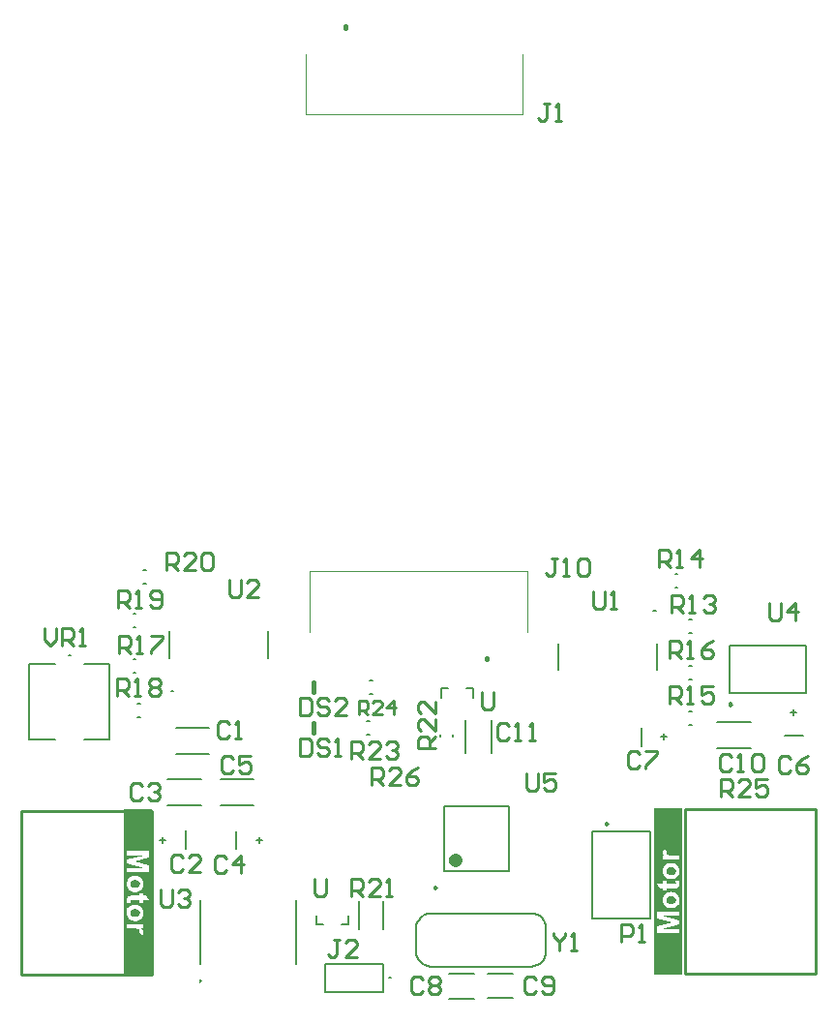
<source format=gto>
G04*
G04 #@! TF.GenerationSoftware,Altium Limited,Altium Designer,23.10.1 (27)*
G04*
G04 Layer_Color=65535*
%FSLAX44Y44*%
%MOMM*%
G71*
G04*
G04 #@! TF.SameCoordinates,2FD0DFDD-310B-44B2-BA78-C92062C4FB9D*
G04*
G04*
G04 #@! TF.FilePolarity,Positive*
G04*
G01*
G75*
%ADD10C,0.2000*%
%ADD11C,0.6000*%
%ADD12C,0.2500*%
%ADD13C,0.0000*%
%ADD14C,0.1270*%
%ADD15C,0.4000*%
%ADD16C,0.2032*%
%ADD17C,0.2540*%
%ADD18C,0.1000*%
G36*
X729372Y37207D02*
X704700D01*
Y182880D01*
X729372D01*
Y37207D01*
D02*
G37*
G36*
X265280Y181421D02*
Y35748D01*
X240607D01*
Y181421D01*
X265280D01*
D02*
G37*
%LPC*%
G36*
X726451Y146537D02*
X712209D01*
D01*
X712931D01*
X712681Y146093D01*
X712514Y145676D01*
X712376Y145260D01*
X712292Y144871D01*
X712237Y144566D01*
X712209Y144316D01*
Y144094D01*
X712237Y143761D01*
X712265Y143483D01*
X712348Y143205D01*
X712431Y142983D01*
X712514Y142789D01*
X712570Y142622D01*
X712626Y142539D01*
X712653Y142511D01*
X712848Y142234D01*
X713125Y141984D01*
X713431Y141706D01*
X713736Y141484D01*
X714041Y141262D01*
X714291Y141096D01*
X714458Y140984D01*
X714486Y140957D01*
X712514D01*
Y137542D01*
X726451D01*
Y146537D01*
D02*
G37*
G36*
X726757Y134821D02*
X712209D01*
D01*
X719455D01*
X718872Y134794D01*
X718317Y134738D01*
X717817Y134627D01*
X717317Y134516D01*
X716873Y134349D01*
X716429Y134183D01*
X716040Y133988D01*
X715679Y133822D01*
X715374Y133627D01*
X715069Y133433D01*
X714846Y133266D01*
X714624Y133100D01*
X714486Y132989D01*
X714347Y132878D01*
X714291Y132822D01*
X714264Y132795D01*
X713903Y132406D01*
X713597Y131989D01*
X713320Y131573D01*
X713070Y131129D01*
X712875Y130685D01*
X712709Y130268D01*
X712570Y129852D01*
X712459Y129435D01*
X712376Y129074D01*
X712320Y128714D01*
X712265Y128408D01*
X712237Y128131D01*
X712209Y127908D01*
Y127603D01*
X712237Y126854D01*
X712348Y126159D01*
X712487Y125521D01*
X712653Y124966D01*
X712764Y124743D01*
X712848Y124521D01*
X712903Y124327D01*
X712987Y124188D01*
X713042Y124050D01*
X713098Y123966D01*
X713125Y123911D01*
Y123883D01*
X713514Y123300D01*
X713930Y122800D01*
X714375Y122356D01*
X714791Y121995D01*
X715180Y121718D01*
X715485Y121495D01*
X715596Y121412D01*
X715679Y121384D01*
X715735Y121329D01*
X715763D01*
X716401Y121023D01*
X717040Y120829D01*
X717623Y120662D01*
X718150Y120551D01*
X718622Y120496D01*
X718817Y120468D01*
X718983D01*
X719094Y120440D01*
X719288D01*
X720149Y120468D01*
X720954Y120579D01*
X721648Y120718D01*
X721954Y120801D01*
X722231Y120885D01*
X722481Y120968D01*
X722703Y121051D01*
X722898Y121135D01*
X723064Y121190D01*
X723203Y121245D01*
X723286Y121301D01*
X723342Y121329D01*
X723370D01*
X723952Y121718D01*
X724452Y122134D01*
X724896Y122578D01*
X725257Y122994D01*
X725535Y123383D01*
X725729Y123689D01*
X725813Y123800D01*
X725868Y123883D01*
X725896Y123938D01*
Y123966D01*
X726173Y124633D01*
X726396Y125271D01*
X726534Y125882D01*
X726646Y126465D01*
X726701Y126937D01*
X726729Y127131D01*
Y127298D01*
X726757Y127437D01*
Y124188D01*
Y127631D01*
X726729Y128214D01*
X726673Y128741D01*
X726562Y129269D01*
X726423Y129741D01*
X726285Y130213D01*
X726118Y130629D01*
X725924Y131018D01*
X725729Y131379D01*
X725535Y131684D01*
X725341Y131962D01*
X725174Y132212D01*
X725035Y132406D01*
X724896Y132572D01*
X724785Y132683D01*
X724730Y132739D01*
X724702Y132767D01*
X724286Y133128D01*
X723869Y133433D01*
X723453Y133711D01*
X723009Y133961D01*
X722564Y134155D01*
X722120Y134321D01*
X721704Y134460D01*
X721287Y134571D01*
X720926Y134655D01*
X720565Y134710D01*
X720260Y134766D01*
X719983Y134794D01*
X719760Y134821D01*
X726757D01*
D01*
D02*
G37*
G36*
Y119052D02*
X707573D01*
D01*
X726757D01*
D01*
D02*
G37*
G36*
X726229D02*
X723370Y118719D01*
X723481Y118386D01*
X723564Y118081D01*
X723619Y117831D01*
X723647Y117609D01*
X723675Y117442D01*
X723703Y117331D01*
Y117220D01*
X723675Y116970D01*
X723619Y116776D01*
X723564Y116665D01*
X723536Y116609D01*
X723370Y116443D01*
X723231Y116359D01*
X723120Y116304D01*
X723064Y116276D01*
X723009D01*
X722898Y116248D01*
X722648D01*
X722315D01*
X721981Y116221D01*
X721648D01*
X721371D01*
X721260D01*
X721176D01*
X721121D01*
X721093D01*
X715457D01*
Y118747D01*
X712514D01*
Y116221D01*
X707573D01*
X709738Y112528D01*
X712514D01*
Y110835D01*
X715457D01*
Y112528D01*
X721537D01*
X721898D01*
X722204D01*
X722509D01*
X722759Y112556D01*
X723203D01*
X723564Y112584D01*
X723841Y112612D01*
X724008D01*
X724119Y112639D01*
X724147D01*
X724452Y112695D01*
X724730Y112778D01*
X724980Y112861D01*
X725174Y112945D01*
X725341Y113028D01*
X725452Y113083D01*
X725535Y113111D01*
X725563Y113139D01*
X725757Y113306D01*
X725924Y113500D01*
X726201Y113889D01*
X726285Y114055D01*
X726368Y114194D01*
X726396Y114305D01*
X726423Y114333D01*
X726534Y114638D01*
X726618Y114944D01*
X726673Y115249D01*
X726701Y115527D01*
X726729Y115776D01*
X726757Y115971D01*
Y116137D01*
X726729Y116720D01*
X726673Y117275D01*
X726590Y117775D01*
X726479Y118192D01*
X726396Y118553D01*
X726312Y118830D01*
X726257Y118997D01*
X726229Y119024D01*
Y119052D01*
D02*
G37*
G36*
X726757Y109474D02*
X712209D01*
D01*
X719455D01*
X718872Y109447D01*
X718317Y109391D01*
X717817Y109280D01*
X717317Y109169D01*
X716873Y109002D01*
X716429Y108836D01*
X716040Y108642D01*
X715679Y108475D01*
X715374Y108281D01*
X715069Y108086D01*
X714846Y107920D01*
X714624Y107753D01*
X714486Y107642D01*
X714347Y107531D01*
X714291Y107476D01*
X714264Y107448D01*
X713903Y107059D01*
X713597Y106643D01*
X713320Y106226D01*
X713070Y105782D01*
X712875Y105338D01*
X712709Y104921D01*
X712570Y104505D01*
X712459Y104088D01*
X712376Y103728D01*
X712320Y103367D01*
X712265Y103061D01*
X712237Y102784D01*
X712209Y102562D01*
Y102256D01*
X712237Y101507D01*
X712348Y100813D01*
X712487Y100174D01*
X712653Y99619D01*
X712764Y99397D01*
X712848Y99175D01*
X712903Y98980D01*
X712987Y98841D01*
X713042Y98703D01*
X713098Y98619D01*
X713125Y98564D01*
Y98536D01*
X713514Y97953D01*
X713930Y97453D01*
X714375Y97009D01*
X714791Y96648D01*
X715180Y96371D01*
X715485Y96149D01*
X715596Y96065D01*
X715679Y96037D01*
X715735Y95982D01*
X715763D01*
X716401Y95676D01*
X717040Y95482D01*
X717623Y95316D01*
X718150Y95205D01*
X718622Y95149D01*
X718817Y95121D01*
X718983D01*
X719094Y95093D01*
X719288D01*
X720149Y95121D01*
X720954Y95232D01*
X721648Y95371D01*
X721954Y95454D01*
X722231Y95538D01*
X722481Y95621D01*
X722703Y95704D01*
X722898Y95788D01*
X723064Y95843D01*
X723203Y95899D01*
X723286Y95954D01*
X723342Y95982D01*
X723370D01*
X723952Y96371D01*
X724452Y96787D01*
X724896Y97231D01*
X725257Y97648D01*
X725535Y98036D01*
X725729Y98342D01*
X725813Y98453D01*
X725868Y98536D01*
X725896Y98591D01*
Y98619D01*
X726173Y99286D01*
X726396Y99924D01*
X726534Y100535D01*
X726646Y101118D01*
X726701Y101590D01*
X726729Y101784D01*
Y101951D01*
X726757Y102090D01*
Y95093D01*
D01*
Y109474D01*
D02*
G37*
G36*
X726451Y92040D02*
X707240D01*
Y73550D01*
X726451D01*
Y92040D01*
D02*
G37*
%LPD*%
G36*
Y141234D02*
X722176D01*
X721537D01*
X720954D01*
X720427Y141262D01*
X719955Y141290D01*
X719511D01*
X719150Y141318D01*
X718789Y141345D01*
X718511Y141373D01*
X718261Y141401D01*
X718039Y141429D01*
X717873Y141456D01*
X717734D01*
X717651Y141484D01*
X717567Y141512D01*
X717512D01*
X717123Y141623D01*
X716790Y141762D01*
X716512Y141901D01*
X716318Y142039D01*
X716151Y142150D01*
X716040Y142261D01*
X715985Y142317D01*
X715957Y142345D01*
X715818Y142567D01*
X715707Y142789D01*
X715624Y143011D01*
X715568Y143205D01*
X715541Y143372D01*
X715513Y143539D01*
Y143650D01*
X715541Y143955D01*
X715596Y144260D01*
X715707Y144538D01*
X715818Y144816D01*
X715929Y145038D01*
X716040Y145204D01*
X716096Y145343D01*
X716124Y145371D01*
X712931Y146537D01*
X726451D01*
Y141234D01*
D02*
G37*
G36*
X720205Y130990D02*
X720871Y130879D01*
X721398Y130740D01*
X721870Y130546D01*
X722204Y130351D01*
X722481Y130213D01*
X722620Y130102D01*
X722675Y130046D01*
X723036Y129657D01*
X723314Y129269D01*
X723481Y128852D01*
X723619Y128464D01*
X723703Y128131D01*
X723730Y127881D01*
X723758Y127770D01*
Y127631D01*
X723703Y127103D01*
X723592Y126631D01*
X723425Y126215D01*
X723203Y125882D01*
X723009Y125576D01*
X722842Y125354D01*
X722731Y125243D01*
X722675Y125188D01*
X722231Y124855D01*
X721704Y124633D01*
X721176Y124466D01*
X720649Y124327D01*
X720205Y124272D01*
X720010Y124244D01*
X719816D01*
X719677Y124216D01*
X719566D01*
X719511D01*
X719483D01*
X718761Y124272D01*
X718122Y124383D01*
X717567Y124521D01*
X717123Y124716D01*
X716790Y124882D01*
X716512Y125049D01*
X716373Y125160D01*
X716318Y125188D01*
X715957Y125576D01*
X715679Y125993D01*
X715485Y126409D01*
X715346Y126798D01*
X715263Y127131D01*
X715235Y127381D01*
X715207Y127492D01*
Y127631D01*
X715263Y128158D01*
X715374Y128630D01*
X715568Y129019D01*
X715763Y129380D01*
X715957Y129657D01*
X716151Y129880D01*
X716262Y129991D01*
X716318Y130046D01*
X716762Y130379D01*
X717290Y130629D01*
X717817Y130796D01*
X718317Y130934D01*
X718761Y130990D01*
X718983Y131018D01*
X719150D01*
X719288Y131046D01*
X719399D01*
X719455D01*
X719483D01*
X720205Y130990D01*
D02*
G37*
G36*
X726757Y102284D02*
X726729Y102867D01*
X726673Y103394D01*
X726562Y103922D01*
X726423Y104394D01*
X726285Y104866D01*
X726118Y105282D01*
X725924Y105671D01*
X725729Y106032D01*
X725535Y106337D01*
X725341Y106615D01*
X725174Y106865D01*
X725035Y107059D01*
X724896Y107226D01*
X724785Y107337D01*
X724730Y107392D01*
X724702Y107420D01*
X724286Y107781D01*
X723869Y108086D01*
X723453Y108364D01*
X723009Y108614D01*
X722564Y108808D01*
X722120Y108975D01*
X721704Y109113D01*
X721287Y109225D01*
X720926Y109308D01*
X720565Y109363D01*
X720260Y109419D01*
X719983Y109447D01*
X719760Y109474D01*
X726757D01*
Y102284D01*
D02*
G37*
G36*
X720205Y105643D02*
X720871Y105532D01*
X721398Y105393D01*
X721870Y105199D01*
X722204Y105005D01*
X722481Y104866D01*
X722620Y104755D01*
X722675Y104699D01*
X723036Y104311D01*
X723314Y103922D01*
X723481Y103505D01*
X723619Y103117D01*
X723703Y102784D01*
X723730Y102534D01*
X723758Y102423D01*
Y102284D01*
X723703Y101756D01*
X723592Y101285D01*
X723425Y100868D01*
X723203Y100535D01*
X723009Y100230D01*
X722842Y100007D01*
X722731Y99896D01*
X722675Y99841D01*
X722231Y99508D01*
X721704Y99286D01*
X721176Y99119D01*
X720649Y98980D01*
X720205Y98925D01*
X720010Y98897D01*
X719816D01*
X719677Y98869D01*
X719566D01*
X719511D01*
X719483D01*
X718761Y98925D01*
X718122Y99036D01*
X717567Y99175D01*
X717123Y99369D01*
X716790Y99536D01*
X716512Y99702D01*
X716373Y99813D01*
X716318Y99841D01*
X715957Y100230D01*
X715679Y100646D01*
X715485Y101062D01*
X715346Y101451D01*
X715263Y101784D01*
X715235Y102034D01*
X715207Y102145D01*
Y102284D01*
X715263Y102811D01*
X715374Y103283D01*
X715568Y103672D01*
X715763Y104033D01*
X715957Y104311D01*
X716151Y104533D01*
X716262Y104644D01*
X716318Y104699D01*
X716762Y105032D01*
X717290Y105282D01*
X717817Y105449D01*
X718317Y105588D01*
X718761Y105643D01*
X718983Y105671D01*
X719150D01*
X719288Y105699D01*
X719399D01*
X719455D01*
X719483D01*
X720205Y105643D01*
D02*
G37*
G36*
X726451Y84655D02*
X711348Y88431D01*
X726451Y88458D01*
Y84655D01*
D02*
G37*
G36*
X720371Y82795D02*
X707240Y79352D01*
Y86210D01*
X720371Y82795D01*
D02*
G37*
G36*
X726451Y77131D02*
X711348D01*
X726451Y80907D01*
Y77131D01*
D02*
G37*
%LPC*%
G36*
X262740Y145078D02*
X243529D01*
Y141496D01*
X258631D01*
X243529Y137721D01*
Y133973D01*
X258631Y130197D01*
X243529Y130169D01*
Y126588D01*
X262740D01*
Y145078D01*
D02*
G37*
G36*
X257771Y123534D02*
X250691D01*
X249831Y123507D01*
X249025Y123396D01*
X248331Y123257D01*
X248026Y123173D01*
X247748Y123090D01*
X247499Y123007D01*
X247276Y122924D01*
X247082Y122840D01*
X246916Y122785D01*
X246777Y122729D01*
X246693Y122674D01*
X246638Y122646D01*
X246610D01*
X246027Y122257D01*
X245527Y121841D01*
X245083Y121397D01*
X244722Y120980D01*
X244445Y120591D01*
X244250Y120286D01*
X244167Y120175D01*
X244112Y120092D01*
X244084Y120036D01*
Y120008D01*
X243806Y119342D01*
X243584Y118704D01*
X243445Y118093D01*
X243334Y117510D01*
X243279Y117038D01*
X243251Y116844D01*
Y116677D01*
X243223Y116538D01*
Y116344D01*
X243251Y115761D01*
X243307Y115233D01*
X243417Y114706D01*
X243556Y114234D01*
X243695Y113762D01*
X243862Y113346D01*
X244056Y112957D01*
X244250Y112596D01*
X244445Y112291D01*
X244639Y112013D01*
X244806Y111763D01*
X244944Y111569D01*
X245083Y111402D01*
X245194Y111291D01*
X245250Y111236D01*
X245278Y111208D01*
X245694Y110847D01*
X246110Y110542D01*
X246527Y110264D01*
X246971Y110014D01*
X247415Y109820D01*
X247859Y109653D01*
X248276Y109514D01*
X248692Y109403D01*
X249053Y109320D01*
X249414Y109265D01*
X249720Y109209D01*
X249997Y109181D01*
X250219Y109153D01*
X243223D01*
X257771D01*
Y116372D01*
X257743Y117121D01*
X257632Y117815D01*
X257493Y118454D01*
X257326Y119009D01*
X257215Y119231D01*
X257132Y119453D01*
X257076Y119648D01*
X256993Y119786D01*
X256938Y119925D01*
X256882Y120008D01*
X256854Y120064D01*
Y120092D01*
X256466Y120675D01*
X256049Y121174D01*
X255605Y121619D01*
X255189Y121980D01*
X254800Y122257D01*
X254495Y122479D01*
X254384Y122563D01*
X254300Y122590D01*
X254245Y122646D01*
X254217D01*
X253578Y122951D01*
X252940Y123146D01*
X252357Y123312D01*
X251829Y123423D01*
X251357Y123479D01*
X251163Y123507D01*
X250997D01*
X250886Y123534D01*
X257771D01*
D02*
G37*
G36*
X257465Y107793D02*
X254522D01*
Y106100D01*
X248442D01*
X248082D01*
X247776D01*
X247471D01*
X247221Y106072D01*
X246777D01*
X246416Y106044D01*
X246138Y106016D01*
X245972D01*
X245861Y105989D01*
X245833D01*
X245527Y105933D01*
X245250Y105850D01*
X245000Y105766D01*
X244806Y105683D01*
X244639Y105600D01*
X244528Y105544D01*
X244445Y105517D01*
X244417Y105489D01*
X244223Y105322D01*
X244056Y105128D01*
X243778Y104739D01*
X243695Y104573D01*
X243612Y104434D01*
X243584Y104323D01*
X243556Y104295D01*
X243445Y103990D01*
X243362Y103684D01*
X243307Y103379D01*
X243279Y103101D01*
X243251Y102851D01*
X243223Y102657D01*
Y102491D01*
X243251Y101908D01*
X243307Y101352D01*
X243390Y100853D01*
X243501Y100436D01*
X243584Y100075D01*
X243667Y99798D01*
X243723Y99631D01*
X243751Y99603D01*
Y99576D01*
X246610Y99909D01*
X246499Y100242D01*
X246416Y100547D01*
X246360Y100797D01*
X246333Y101019D01*
X246305Y101186D01*
X246277Y101297D01*
Y101408D01*
X246305Y101658D01*
X246360Y101852D01*
X246416Y101963D01*
X246444Y102019D01*
X246610Y102185D01*
X246749Y102268D01*
X246860Y102324D01*
X246916Y102352D01*
X246971D01*
X247082Y102380D01*
X247332D01*
X247665D01*
X247998Y102407D01*
X248331D01*
X248609D01*
X248720D01*
X248803D01*
X248859D01*
X248887D01*
X254522D01*
Y99881D01*
X257465D01*
Y102407D01*
X262407D01*
D01*
X260241Y106100D01*
X257465D01*
Y107793D01*
D02*
G37*
G36*
X262407Y99576D02*
X243223D01*
X262407D01*
D01*
D02*
G37*
G36*
X257771Y98187D02*
X250691D01*
X249831Y98160D01*
X249025Y98049D01*
X248331Y97910D01*
X248026Y97826D01*
X247748Y97743D01*
X247499Y97660D01*
X247276Y97577D01*
X247082Y97493D01*
X246916Y97438D01*
X246777Y97382D01*
X246693Y97327D01*
X246638Y97299D01*
X246610D01*
X246027Y96910D01*
X245527Y96494D01*
X245083Y96050D01*
X244722Y95633D01*
X244445Y95245D01*
X244250Y94939D01*
X244167Y94828D01*
X244112Y94745D01*
X244084Y94689D01*
Y94662D01*
X243806Y93995D01*
X243584Y93357D01*
X243445Y92746D01*
X243334Y92163D01*
X243279Y91691D01*
X243251Y91497D01*
Y91330D01*
X243223Y91191D01*
Y98187D01*
D01*
Y90997D01*
X243251Y90414D01*
X243307Y89887D01*
X243417Y89359D01*
X243556Y88887D01*
X243695Y88415D01*
X243862Y87999D01*
X244056Y87610D01*
X244250Y87249D01*
X244445Y86944D01*
X244639Y86666D01*
X244806Y86416D01*
X244944Y86222D01*
X245083Y86055D01*
X245194Y85944D01*
X245250Y85889D01*
X245278Y85861D01*
X245694Y85500D01*
X246110Y85195D01*
X246527Y84917D01*
X246971Y84667D01*
X247415Y84473D01*
X247859Y84306D01*
X248276Y84167D01*
X248692Y84057D01*
X249053Y83973D01*
X249414Y83918D01*
X249720Y83862D01*
X249997Y83834D01*
X250219Y83807D01*
X243223D01*
X257771D01*
X250525D01*
X251108Y83834D01*
X251663Y83890D01*
X252163Y84001D01*
X252662Y84112D01*
X253106Y84279D01*
X253551Y84445D01*
X253939Y84640D01*
X254300Y84806D01*
X254606Y85000D01*
X254911Y85195D01*
X255133Y85361D01*
X255355Y85528D01*
X255494Y85639D01*
X255633Y85750D01*
X255688Y85806D01*
X255716Y85833D01*
X256077Y86222D01*
X256383Y86638D01*
X256660Y87055D01*
X256910Y87499D01*
X257104Y87943D01*
X257271Y88360D01*
X257410Y88776D01*
X257521Y89192D01*
X257604Y89553D01*
X257659Y89914D01*
X257715Y90220D01*
X257743Y90497D01*
X257771Y90719D01*
Y91025D01*
X257743Y91774D01*
X257632Y92468D01*
X257493Y93107D01*
X257326Y93662D01*
X257215Y93884D01*
X257132Y94106D01*
X257076Y94301D01*
X256993Y94439D01*
X256938Y94578D01*
X256882Y94662D01*
X256854Y94717D01*
Y94745D01*
X256466Y95328D01*
X256049Y95828D01*
X255605Y96272D01*
X255189Y96633D01*
X254800Y96910D01*
X254495Y97133D01*
X254384Y97216D01*
X254300Y97243D01*
X254245Y97299D01*
X254217D01*
X253578Y97604D01*
X252940Y97799D01*
X252357Y97965D01*
X251829Y98076D01*
X251357Y98132D01*
X251163Y98160D01*
X250997D01*
X250886Y98187D01*
X257771D01*
D02*
G37*
G36*
Y81086D02*
X243529D01*
Y72091D01*
D01*
Y77393D01*
X247804D01*
X248442D01*
X249025D01*
X249553Y77366D01*
X250025Y77338D01*
X250469D01*
X250830Y77310D01*
X251191Y77283D01*
X251469Y77255D01*
X251718Y77227D01*
X251940Y77199D01*
X252107Y77171D01*
X252246D01*
X252329Y77144D01*
X252412Y77116D01*
X252468D01*
X252857Y77005D01*
X253190Y76866D01*
X253467Y76727D01*
X253662Y76588D01*
X253828Y76477D01*
X253939Y76366D01*
X253995Y76311D01*
X254023Y76283D01*
X254161Y76061D01*
X254272Y75839D01*
X254356Y75617D01*
X254411Y75422D01*
X254439Y75256D01*
X254467Y75089D01*
Y74978D01*
X254439Y74673D01*
X254384Y74367D01*
X254272Y74090D01*
X254161Y73812D01*
X254050Y73590D01*
X253939Y73424D01*
X253884Y73285D01*
X253856Y73257D01*
X257049Y72091D01*
X257299Y72535D01*
X257465Y72952D01*
X257604Y73368D01*
X257687Y73757D01*
X257743Y74062D01*
X257771Y74312D01*
Y74534D01*
X257743Y74867D01*
X257715Y75145D01*
X257632Y75422D01*
X257549Y75644D01*
X257465Y75839D01*
X257410Y76005D01*
X257354Y76089D01*
X257326Y76116D01*
X257132Y76394D01*
X256854Y76644D01*
X256549Y76922D01*
X256244Y77144D01*
X255938Y77366D01*
X255688Y77532D01*
X255522Y77643D01*
X255494Y77671D01*
X257465D01*
Y81086D01*
X257771D01*
D02*
G37*
%LPD*%
G36*
X262740Y132418D02*
X249608Y135833D01*
X262740Y139276D01*
Y132418D01*
D02*
G37*
G36*
X251219Y119703D02*
X251857Y119592D01*
X252412Y119453D01*
X252857Y119259D01*
X253190Y119092D01*
X253467Y118926D01*
X253606Y118815D01*
X253662Y118787D01*
X254023Y118398D01*
X254300Y117982D01*
X254495Y117565D01*
X254634Y117177D01*
X254717Y116844D01*
X254744Y116594D01*
X254772Y116483D01*
Y116344D01*
X254717Y115816D01*
X254606Y115344D01*
X254411Y114956D01*
X254217Y114595D01*
X254023Y114317D01*
X253828Y114095D01*
X253717Y113984D01*
X253662Y113929D01*
X253218Y113596D01*
X252690Y113346D01*
X252163Y113179D01*
X251663Y113040D01*
X251219Y112985D01*
X250997Y112957D01*
X250830D01*
X250691Y112929D01*
X250580D01*
X250525D01*
X250497D01*
X249775Y112985D01*
X249109Y113096D01*
X248581Y113235D01*
X248109Y113429D01*
X247776Y113623D01*
X247499Y113762D01*
X247360Y113873D01*
X247304Y113929D01*
X246943Y114317D01*
X246666Y114706D01*
X246499Y115122D01*
X246360Y115511D01*
X246277Y115844D01*
X246249Y116094D01*
X246222Y116205D01*
Y116344D01*
X246277Y116871D01*
X246388Y117343D01*
X246555Y117760D01*
X246777Y118093D01*
X246971Y118398D01*
X247138Y118620D01*
X247249Y118731D01*
X247304Y118787D01*
X247748Y119120D01*
X248276Y119342D01*
X248803Y119509D01*
X249331Y119648D01*
X249775Y119703D01*
X249969Y119731D01*
X250164D01*
X250303Y119759D01*
X250414D01*
X250469D01*
X250497D01*
X251219Y119703D01*
D02*
G37*
G36*
X257771Y109153D02*
X250525D01*
X251108Y109181D01*
X251663Y109237D01*
X252163Y109348D01*
X252662Y109459D01*
X253106Y109626D01*
X253551Y109792D01*
X253939Y109986D01*
X254300Y110153D01*
X254606Y110347D01*
X254911Y110542D01*
X255133Y110708D01*
X255355Y110875D01*
X255494Y110986D01*
X255633Y111097D01*
X255688Y111152D01*
X255716Y111180D01*
X256077Y111569D01*
X256383Y111985D01*
X256660Y112402D01*
X256910Y112846D01*
X257104Y113290D01*
X257271Y113707D01*
X257410Y114123D01*
X257521Y114539D01*
X257604Y114900D01*
X257659Y115261D01*
X257715Y115567D01*
X257743Y115844D01*
X257771Y116066D01*
Y109153D01*
D02*
G37*
G36*
X251219Y94356D02*
X251857Y94245D01*
X252412Y94106D01*
X252857Y93912D01*
X253190Y93745D01*
X253467Y93579D01*
X253606Y93468D01*
X253662Y93440D01*
X254023Y93051D01*
X254300Y92635D01*
X254495Y92219D01*
X254634Y91830D01*
X254717Y91497D01*
X254744Y91247D01*
X254772Y91136D01*
Y90997D01*
X254717Y90470D01*
X254606Y89998D01*
X254411Y89609D01*
X254217Y89248D01*
X254023Y88970D01*
X253828Y88748D01*
X253717Y88637D01*
X253662Y88582D01*
X253218Y88249D01*
X252690Y87999D01*
X252163Y87832D01*
X251663Y87693D01*
X251219Y87638D01*
X250997Y87610D01*
X250830D01*
X250691Y87582D01*
X250580D01*
X250525D01*
X250497D01*
X249775Y87638D01*
X249109Y87749D01*
X248581Y87888D01*
X248109Y88082D01*
X247776Y88276D01*
X247499Y88415D01*
X247360Y88526D01*
X247304Y88582D01*
X246943Y88970D01*
X246666Y89359D01*
X246499Y89775D01*
X246360Y90164D01*
X246277Y90497D01*
X246249Y90747D01*
X246222Y90858D01*
Y90997D01*
X246277Y91524D01*
X246388Y91996D01*
X246555Y92413D01*
X246777Y92746D01*
X246971Y93051D01*
X247138Y93273D01*
X247249Y93385D01*
X247304Y93440D01*
X247748Y93773D01*
X248276Y93995D01*
X248803Y94162D01*
X249331Y94301D01*
X249775Y94356D01*
X249969Y94384D01*
X250164D01*
X250303Y94412D01*
X250414D01*
X250469D01*
X250497D01*
X251219Y94356D01*
D02*
G37*
D10*
X194040Y316230D02*
X192040D01*
X194040D01*
X705970Y355540D02*
X703970D01*
X705970D01*
X474410Y34290D02*
X472410D01*
X474410D01*
X283720Y285290D02*
X281720D01*
X283720D01*
X819120Y246380D02*
X834620D01*
X824120Y266380D02*
X829120D01*
X826620Y263880D02*
Y268880D01*
X577710Y127310D02*
Y184310D01*
X520710Y127310D02*
Y184310D01*
X577710D01*
X520710Y127310D02*
X577710D01*
X525298Y16174D02*
X547298D01*
X525298Y37674D02*
X547298D01*
X559080Y37928D02*
X581080D01*
X559080Y16428D02*
X581080D01*
X456050Y282540D02*
X458050D01*
X456050Y294040D02*
X458050D01*
X562311Y230529D02*
Y259691D01*
X539749Y230529D02*
Y259691D01*
X517340Y245380D02*
Y247380D01*
X528840Y245380D02*
Y247380D01*
X453510Y246980D02*
X455510D01*
X453510Y258480D02*
X455510D01*
X701122Y86438D02*
Y162638D01*
X650322Y86438D02*
X701122D01*
X650322D02*
Y162638D01*
X701122D01*
X286259Y230019D02*
X315421D01*
X286259Y252581D02*
X315421D01*
X446300Y76839D02*
Y100961D01*
X467800Y76839D02*
Y100961D01*
X416410Y21845D02*
Y46735D01*
Y21845D02*
X467210D01*
Y46735D01*
X416410D02*
X467210D01*
X356440Y154940D02*
X361440D01*
X358940Y152440D02*
Y157440D01*
X338940Y146940D02*
Y162440D01*
X279139Y207821D02*
X308301D01*
X279139Y185259D02*
X308301D01*
X325081D02*
X354243D01*
X325081Y207821D02*
X354243D01*
X271990Y154940D02*
X276990D01*
X274490Y152440D02*
Y157440D01*
X294490Y147440D02*
Y162940D01*
X252850Y262220D02*
X254850D01*
X252850Y273720D02*
X254850D01*
X249150Y301590D02*
X251150D01*
X249150Y313090D02*
X251150D01*
X249040Y352460D02*
X251040D01*
X249040Y340960D02*
X251040D01*
X257930Y390560D02*
X259930D01*
X257930Y379060D02*
X259930D01*
X710770Y245110D02*
X715770D01*
X713270Y242610D02*
Y247610D01*
X693270Y237110D02*
Y252610D01*
X759969Y257661D02*
X789131D01*
X759969Y235099D02*
X789131D01*
X735450Y295240D02*
X737450D01*
X735450Y306740D02*
X737450D01*
X837470Y283790D02*
Y324790D01*
X770470Y283790D02*
Y324790D01*
X837470D01*
X770470Y283790D02*
X837470D01*
X735450Y255870D02*
X737450D01*
X735450Y267370D02*
X737450D01*
X722970Y387290D02*
X724970D01*
X722970Y375790D02*
X724970D01*
X735450Y347380D02*
X737450D01*
X735450Y335880D02*
X737450D01*
D11*
X533710Y137310D02*
X532580Y139656D01*
X530042Y140235D01*
X528007Y138612D01*
Y136008D01*
X530042Y134385D01*
X532580Y134965D01*
X533710Y137310D01*
D12*
X513960Y113310D02*
X512085Y114393D01*
Y112227D01*
X513960Y113310D01*
X664270Y169140D02*
X662395Y170223D01*
Y168057D01*
X664270Y169140D01*
X772220Y273540D02*
X770345Y274622D01*
Y272457D01*
X772220Y273540D01*
D13*
X308740Y31540D02*
X306835Y32640D01*
Y30440D01*
X308740Y31540D01*
D14*
X509274Y90610D02*
X506752Y90317D01*
X504335Y89538D01*
X502117Y88302D01*
X500183Y86657D01*
X498606Y84667D01*
X497449Y82407D01*
X496754Y79965D01*
X496550Y77434D01*
X610050D02*
X609846Y79965D01*
X609151Y82407D01*
X607994Y84667D01*
X606417Y86657D01*
X604483Y88302D01*
X602265Y89538D01*
X599848Y90317D01*
X597326Y90610D01*
Y44010D02*
X599848Y44303D01*
X602265Y45082D01*
X604483Y46318D01*
X606417Y47962D01*
X607994Y49953D01*
X609151Y52213D01*
X609846Y54655D01*
X610050Y57186D01*
X496550D02*
X496754Y54655D01*
X497449Y52213D01*
X498606Y49953D01*
X500183Y47962D01*
X502117Y46318D01*
X504335Y45082D01*
X506752Y44303D01*
X509274Y44010D01*
X157840Y308590D02*
X180690D01*
X206090D02*
X227740D01*
Y242590D02*
Y308590D01*
X206090Y242590D02*
X227740D01*
X157840D02*
X180690D01*
X157740D02*
Y308590D01*
X496550Y57210D02*
Y77410D01*
X509250Y90610D02*
X597350D01*
X610050Y57210D02*
Y77410D01*
X509250Y44010D02*
X597350D01*
X707220Y303340D02*
Y326740D01*
X620720Y303340D02*
Y326740D01*
X280470Y314090D02*
Y337490D01*
X366970Y314090D02*
Y337490D01*
D15*
X434859Y866466D02*
Y865466D01*
Y866466D01*
X558470Y314040D02*
Y313040D01*
Y314040D01*
X406259Y284289D02*
Y292289D01*
Y248729D02*
Y256729D01*
D16*
X307470Y46040D02*
Y102040D01*
X391470Y46040D02*
Y102040D01*
X518470Y287290D02*
X524470D01*
X518470Y279290D02*
Y287290D01*
X540470D02*
X546470D01*
Y279290D02*
Y287290D01*
X430760Y80630D02*
X436760D01*
Y88630D01*
X408760Y80630D02*
X414760D01*
X408760D02*
Y88630D01*
D17*
X150980Y36830D02*
Y180340D01*
X265280Y36830D02*
Y180340D01*
X150980Y36830D02*
X265280D01*
X150980Y180340D02*
X265280D01*
X731370Y38100D02*
X845670D01*
X731370Y181610D02*
X845670D01*
X731370Y38100D02*
Y181610D01*
X845670Y38100D02*
Y181610D01*
X824231Y226058D02*
X821692Y228598D01*
X816613D01*
X814074Y226058D01*
Y215902D01*
X816613Y213363D01*
X821692D01*
X824231Y215902D01*
X839466Y228598D02*
X834388Y226058D01*
X829309Y220980D01*
Y215902D01*
X831848Y213363D01*
X836927D01*
X839466Y215902D01*
Y218441D01*
X836927Y220980D01*
X829309D01*
X651363Y372108D02*
Y359412D01*
X653903Y356872D01*
X658981D01*
X661520Y359412D01*
Y372108D01*
X666598Y356872D02*
X671677D01*
X669138D01*
Y372108D01*
X666598Y369568D01*
X429111Y67308D02*
X424033D01*
X426572D01*
Y54612D01*
X424033Y52073D01*
X421493D01*
X418954Y54612D01*
X444346Y52073D02*
X434189D01*
X444346Y62229D01*
Y64768D01*
X441807Y67308D01*
X436728D01*
X434189Y64768D01*
X616803Y73657D02*
Y71118D01*
X621882Y66040D01*
X626960Y71118D01*
Y73657D01*
X621882Y66040D02*
Y58422D01*
X632038D02*
X637117D01*
X634578D01*
Y73657D01*
X632038Y71118D01*
X171456Y340358D02*
Y330201D01*
X176534Y325122D01*
X181612Y330201D01*
Y340358D01*
X186691Y325122D02*
Y340358D01*
X194308D01*
X196848Y337818D01*
Y332740D01*
X194308Y330201D01*
X186691D01*
X191769D02*
X196848Y325122D01*
X201926D02*
X207004D01*
X204465D01*
Y340358D01*
X201926Y337818D01*
X553572Y284478D02*
Y271782D01*
X556111Y269242D01*
X561189D01*
X563728Y271782D01*
Y284478D01*
X407522Y121077D02*
Y108382D01*
X410061Y105843D01*
X415139D01*
X417678Y108382D01*
Y121077D01*
X593094Y213358D02*
Y200662D01*
X595633Y198123D01*
X600712D01*
X603251Y200662D01*
Y213358D01*
X618486D02*
X608329D01*
Y205740D01*
X613408Y208279D01*
X615947D01*
X618486Y205740D01*
Y200662D01*
X615947Y198123D01*
X610868D01*
X608329Y200662D01*
X805184Y361948D02*
Y349252D01*
X807723Y346712D01*
X812802D01*
X815341Y349252D01*
Y361948D01*
X828037Y346712D02*
Y361948D01*
X820419Y354330D01*
X830576D01*
X272904Y111757D02*
Y99062D01*
X275443Y96523D01*
X280522D01*
X283061Y99062D01*
Y111757D01*
X288139Y109218D02*
X290678Y111757D01*
X295757D01*
X298296Y109218D01*
Y106679D01*
X295757Y104140D01*
X293218D01*
X295757D01*
X298296Y101601D01*
Y99062D01*
X295757Y96523D01*
X290678D01*
X288139Y99062D01*
X332594Y382267D02*
Y369572D01*
X335133Y367033D01*
X340212D01*
X342751Y369572D01*
Y382267D01*
X357986Y367033D02*
X347829D01*
X357986Y377189D01*
Y379728D01*
X355447Y382267D01*
X350368D01*
X347829Y379728D01*
X457558Y203200D02*
Y218435D01*
X465176D01*
X467715Y215896D01*
Y210818D01*
X465176Y208278D01*
X457558D01*
X462636D02*
X467715Y203200D01*
X482950D02*
X472793D01*
X482950Y213357D01*
Y215896D01*
X480411Y218435D01*
X475332D01*
X472793Y215896D01*
X498185Y218435D02*
X493106Y215896D01*
X488028Y210818D01*
Y205739D01*
X490567Y203200D01*
X495646D01*
X498185Y205739D01*
Y208278D01*
X495646Y210818D01*
X488028D01*
X763277Y193043D02*
Y208277D01*
X770894D01*
X773433Y205738D01*
Y200660D01*
X770894Y198121D01*
X763277D01*
X768355D02*
X773433Y193043D01*
X788668D02*
X778512D01*
X788668Y203199D01*
Y205738D01*
X786129Y208277D01*
X781051D01*
X778512Y205738D01*
X803903Y208277D02*
X793747D01*
Y200660D01*
X798825Y203199D01*
X801364D01*
X803903Y200660D01*
Y195582D01*
X801364Y193043D01*
X796286D01*
X793747Y195582D01*
X445965Y264392D02*
Y276628D01*
X452083D01*
X454123Y274589D01*
Y270510D01*
X452083Y268471D01*
X445965D01*
X450044D02*
X454123Y264392D01*
X466359D02*
X458201D01*
X466359Y272549D01*
Y274589D01*
X464319Y276628D01*
X460241D01*
X458201Y274589D01*
X476555Y264392D02*
Y276628D01*
X470437Y270510D01*
X478595D01*
X439427Y226063D02*
Y241297D01*
X447044D01*
X449583Y238758D01*
Y233680D01*
X447044Y231141D01*
X439427D01*
X444505D02*
X449583Y226063D01*
X464818D02*
X454662D01*
X464818Y236219D01*
Y238758D01*
X462279Y241297D01*
X457201D01*
X454662Y238758D01*
X469897D02*
X472436Y241297D01*
X477514D01*
X480053Y238758D01*
Y236219D01*
X477514Y233680D01*
X474975D01*
X477514D01*
X480053Y231141D01*
Y228602D01*
X477514Y226063D01*
X472436D01*
X469897Y228602D01*
X512928Y234957D02*
X497692D01*
Y242574D01*
X500232Y245113D01*
X505310D01*
X507849Y242574D01*
Y234957D01*
Y240035D02*
X512928Y245113D01*
Y260348D02*
Y250192D01*
X502771Y260348D01*
X500232D01*
X497692Y257809D01*
Y252731D01*
X500232Y250192D01*
X512928Y275583D02*
Y265427D01*
X502771Y275583D01*
X500232D01*
X497692Y273044D01*
Y267966D01*
X500232Y265427D01*
X439276Y105413D02*
Y120647D01*
X446893D01*
X449432Y118108D01*
Y113030D01*
X446893Y110491D01*
X439276D01*
X444354D02*
X449432Y105413D01*
X464668D02*
X454511D01*
X464668Y115569D01*
Y118108D01*
X462128Y120647D01*
X457050D01*
X454511Y118108D01*
X469746Y105413D02*
X474824D01*
X472285D01*
Y120647D01*
X469746Y118108D01*
X278137Y391162D02*
Y406398D01*
X285754D01*
X288293Y403858D01*
Y398780D01*
X285754Y396241D01*
X278137D01*
X283215D02*
X288293Y391162D01*
X303528D02*
X293372D01*
X303528Y401319D01*
Y403858D01*
X300989Y406398D01*
X295911D01*
X293372Y403858D01*
X308607D02*
X311146Y406398D01*
X316224D01*
X318763Y403858D01*
Y393702D01*
X316224Y391162D01*
X311146D01*
X308607Y393702D01*
Y403858D01*
X235396Y357583D02*
Y372817D01*
X243014D01*
X245553Y370278D01*
Y365200D01*
X243014Y362661D01*
X235396D01*
X240474D02*
X245553Y357583D01*
X250631D02*
X255710D01*
X253170D01*
Y372817D01*
X250631Y370278D01*
X263327Y360122D02*
X265866Y357583D01*
X270945D01*
X273484Y360122D01*
Y370278D01*
X270945Y372817D01*
X265866D01*
X263327Y370278D01*
Y367739D01*
X265866Y365200D01*
X273484D01*
X234456Y280462D02*
Y295697D01*
X242074D01*
X244613Y293158D01*
Y288080D01*
X242074Y285541D01*
X234456D01*
X239534D02*
X244613Y280462D01*
X249691D02*
X254770D01*
X252230D01*
Y295697D01*
X249691Y293158D01*
X262387D02*
X264926Y295697D01*
X270005D01*
X272544Y293158D01*
Y290619D01*
X270005Y288080D01*
X272544Y285541D01*
Y283002D01*
X270005Y280462D01*
X264926D01*
X262387Y283002D01*
Y285541D01*
X264926Y288080D01*
X262387Y290619D01*
Y293158D01*
X264926Y288080D02*
X270005D01*
X236006Y318223D02*
Y333457D01*
X243624D01*
X246163Y330918D01*
Y325840D01*
X243624Y323301D01*
X236006D01*
X241084D02*
X246163Y318223D01*
X251241D02*
X256320D01*
X253780D01*
Y333457D01*
X251241Y330918D01*
X263937Y333457D02*
X274094D01*
Y330918D01*
X263937Y320762D01*
Y318223D01*
X718386Y314272D02*
Y329507D01*
X726004D01*
X728543Y326968D01*
Y321890D01*
X726004Y319351D01*
X718386D01*
X723465D02*
X728543Y314272D01*
X733621D02*
X738700D01*
X736161D01*
Y329507D01*
X733621Y326968D01*
X756474Y329507D02*
X751395Y326968D01*
X746317Y321890D01*
Y316812D01*
X748856Y314272D01*
X753935D01*
X756474Y316812D01*
Y319351D01*
X753935Y321890D01*
X746317D01*
X717966Y273773D02*
Y289007D01*
X725584D01*
X728123Y286468D01*
Y281390D01*
X725584Y278851D01*
X717966D01*
X723045D02*
X728123Y273773D01*
X733201D02*
X738280D01*
X735740D01*
Y289007D01*
X733201Y286468D01*
X756054Y289007D02*
X745897D01*
Y281390D01*
X750975Y283929D01*
X753515D01*
X756054Y281390D01*
Y276312D01*
X753515Y273773D01*
X748436D01*
X745897Y276312D01*
X708666Y393703D02*
Y408937D01*
X716284D01*
X718823Y406398D01*
Y401320D01*
X716284Y398781D01*
X708666D01*
X713745D02*
X718823Y393703D01*
X723901D02*
X728980D01*
X726440D01*
Y408937D01*
X723901Y406398D01*
X744215Y393703D02*
Y408937D01*
X736597Y401320D01*
X746754D01*
X719946Y353652D02*
Y368887D01*
X727564D01*
X730103Y366348D01*
Y361270D01*
X727564Y358731D01*
X719946D01*
X725024D02*
X730103Y353652D01*
X735181D02*
X740260D01*
X737720D01*
Y368887D01*
X735181Y366348D01*
X747877D02*
X750416Y368887D01*
X755495D01*
X758034Y366348D01*
Y363809D01*
X755495Y361270D01*
X752955D01*
X755495D01*
X758034Y358731D01*
Y356192D01*
X755495Y353652D01*
X750416D01*
X747877Y356192D01*
X675493Y66042D02*
Y81278D01*
X683111D01*
X685650Y78738D01*
Y73660D01*
X683111Y71121D01*
X675493D01*
X690728Y66042D02*
X695807D01*
X693268D01*
Y81278D01*
X690728Y78738D01*
X619613Y401317D02*
X614534D01*
X617074D01*
Y388622D01*
X614534Y386082D01*
X611995D01*
X609456Y388622D01*
X624691Y386082D02*
X629770D01*
X627230D01*
Y401317D01*
X624691Y398778D01*
X637387D02*
X639926Y401317D01*
X645005D01*
X647544Y398778D01*
Y388622D01*
X645005Y386082D01*
X639926D01*
X637387Y388622D01*
Y398778D01*
X613410Y798828D02*
X608332D01*
X610871D01*
Y786132D01*
X608332Y783593D01*
X605793D01*
X603253Y786132D01*
X618488Y783593D02*
X623567D01*
X621028D01*
Y798828D01*
X618488Y796288D01*
X394977Y279398D02*
Y264163D01*
X402594D01*
X405133Y266702D01*
Y276858D01*
X402594Y279398D01*
X394977D01*
X420368Y276858D02*
X417829Y279398D01*
X412751D01*
X410212Y276858D01*
Y274319D01*
X412751Y271780D01*
X417829D01*
X420368Y269241D01*
Y266702D01*
X417829Y264163D01*
X412751D01*
X410212Y266702D01*
X435603Y264163D02*
X425447D01*
X435603Y274319D01*
Y276858D01*
X433064Y279398D01*
X427986D01*
X425447Y276858D01*
X394976Y243838D02*
Y228603D01*
X402593D01*
X405132Y231142D01*
Y241298D01*
X402593Y243838D01*
X394976D01*
X420368Y241298D02*
X417828Y243838D01*
X412750D01*
X410211Y241298D01*
Y238759D01*
X412750Y236220D01*
X417828D01*
X420368Y233681D01*
Y231142D01*
X417828Y228603D01*
X412750D01*
X410211Y231142D01*
X425446Y228603D02*
X430524D01*
X427985D01*
Y243838D01*
X425446Y241298D01*
X577956Y255014D02*
X575417Y257554D01*
X570339D01*
X567799Y255014D01*
Y244858D01*
X570339Y242318D01*
X575417D01*
X577956Y244858D01*
X583034Y242318D02*
X588113D01*
X585574D01*
Y257554D01*
X583034Y255014D01*
X595730Y242318D02*
X600809D01*
X598270D01*
Y257554D01*
X595730Y255014D01*
X772163Y227328D02*
X769624Y229867D01*
X764545D01*
X762006Y227328D01*
Y217172D01*
X764545Y214632D01*
X769624D01*
X772163Y217172D01*
X777241Y214632D02*
X782320D01*
X779780D01*
Y229867D01*
X777241Y227328D01*
X789937D02*
X792476Y229867D01*
X797555D01*
X800094Y227328D01*
Y217172D01*
X797555Y214632D01*
X792476D01*
X789937Y217172D01*
Y227328D01*
X601121Y32466D02*
X598582Y35006D01*
X593503D01*
X590964Y32466D01*
Y22310D01*
X593503Y19770D01*
X598582D01*
X601121Y22310D01*
X606199D02*
X608738Y19770D01*
X613817D01*
X616356Y22310D01*
Y32466D01*
X613817Y35006D01*
X608738D01*
X606199Y32466D01*
Y29927D01*
X608738Y27388D01*
X616356D01*
X502009Y32462D02*
X499470Y35002D01*
X494391D01*
X491852Y32462D01*
Y22306D01*
X494391Y19766D01*
X499470D01*
X502009Y22306D01*
X507087Y32462D02*
X509626Y35002D01*
X514705D01*
X517244Y32462D01*
Y29923D01*
X514705Y27384D01*
X517244Y24845D01*
Y22306D01*
X514705Y19766D01*
X509626D01*
X507087Y22306D01*
Y24845D01*
X509626Y27384D01*
X507087Y29923D01*
Y32462D01*
X509626Y27384D02*
X514705D01*
X692001Y229868D02*
X689462Y232407D01*
X684383D01*
X681844Y229868D01*
Y219712D01*
X684383Y217173D01*
X689462D01*
X692001Y219712D01*
X697079Y232407D02*
X707236D01*
Y229868D01*
X697079Y219712D01*
Y217173D01*
X336551Y226058D02*
X334012Y228598D01*
X328933D01*
X326394Y226058D01*
Y215902D01*
X328933Y213363D01*
X334012D01*
X336551Y215902D01*
X351786Y228598D02*
X341629D01*
Y220980D01*
X346707Y223519D01*
X349247D01*
X351786Y220980D01*
Y215902D01*
X349247Y213363D01*
X344168D01*
X341629Y215902D01*
X330201Y138428D02*
X327662Y140968D01*
X322583D01*
X320044Y138428D01*
Y128272D01*
X322583Y125732D01*
X327662D01*
X330201Y128272D01*
X342897Y125732D02*
Y140968D01*
X335279Y133350D01*
X345436D01*
X256541Y201928D02*
X254002Y204468D01*
X248923D01*
X246384Y201928D01*
Y191772D01*
X248923Y189233D01*
X254002D01*
X256541Y191772D01*
X261619Y201928D02*
X264158Y204468D01*
X269237D01*
X271776Y201928D01*
Y199389D01*
X269237Y196850D01*
X266698D01*
X269237D01*
X271776Y194311D01*
Y191772D01*
X269237Y189233D01*
X264158D01*
X261619Y191772D01*
X292101Y139698D02*
X289562Y142238D01*
X284483D01*
X281944Y139698D01*
Y129542D01*
X284483Y127002D01*
X289562D01*
X292101Y129542D01*
X307336Y127002D02*
X297179D01*
X307336Y137159D01*
Y139698D01*
X304797Y142238D01*
X299718D01*
X297179Y139698D01*
X332740Y256538D02*
X330201Y259077D01*
X325122D01*
X322583Y256538D01*
Y246382D01*
X325122Y243843D01*
X330201D01*
X332740Y246382D01*
X337818Y243843D02*
X342897D01*
X340358D01*
Y259077D01*
X337818Y256538D01*
D18*
X589859Y789466D02*
Y842466D01*
X399859Y789466D02*
X589859D01*
X399859D02*
Y842466D01*
X593470Y337040D02*
Y390040D01*
X403470D02*
X593470D01*
X403470Y337040D02*
Y390040D01*
M02*

</source>
